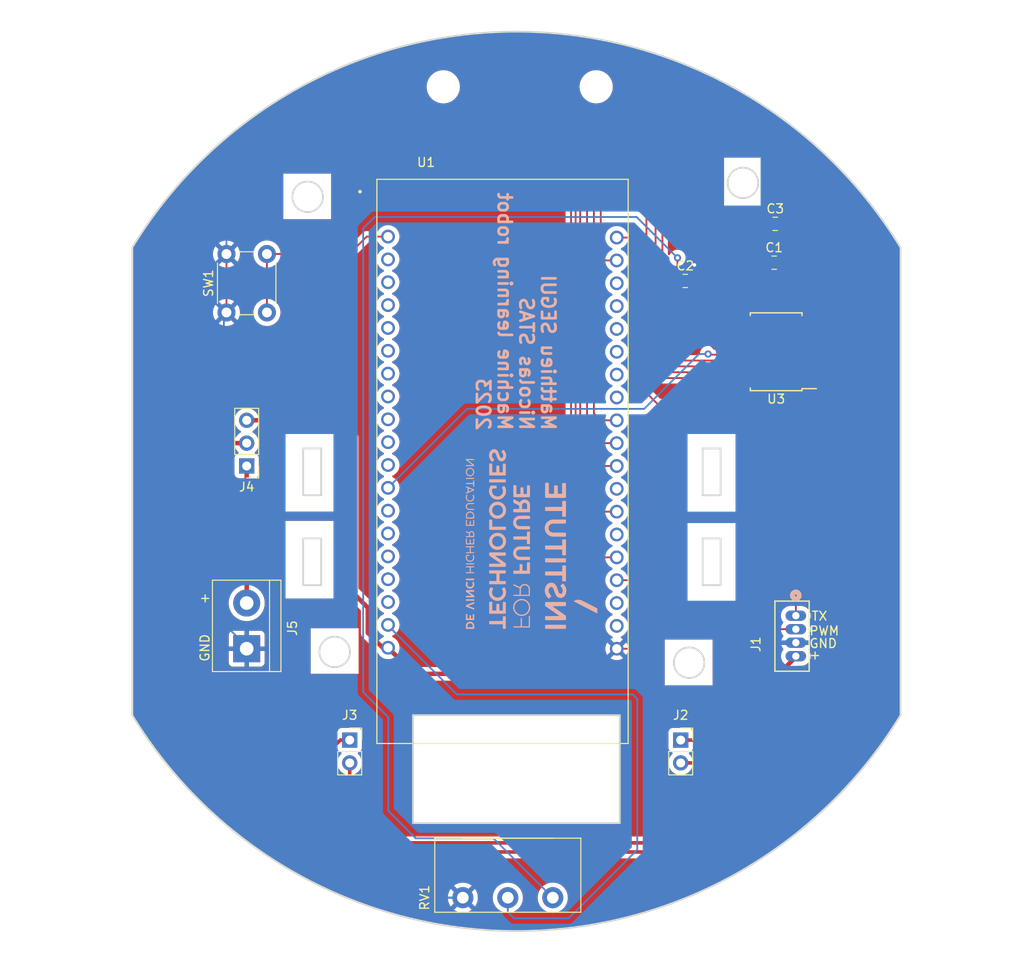
<source format=kicad_pcb>
(kicad_pcb (version 20221018) (generator pcbnew)
  (title_block (title "machine_learning_robot") (date "2023-10-05") (rev "A1") (company "Institute for Future Technologies") (comment 2 "Co-Author : Nicolas STAS") (comment 3 "Author : Matthieu SEGUI") (comment 4 "AISLER Project ID: RSSSMFEX"))
  (layers (0 "F.Cu" signal) (31 "B.Cu" signal) (34 "B.Paste" user) (35 "F.Paste" user) (36 "B.SilkS" user "B.Silkscreen") (37 "F.SilkS" user "F.Silkscreen") (38 "B.Mask" user) (39 "F.Mask" user) (44 "Edge.Cuts" user))
  (net 0 "")
  (net 1 "+3V3")
  (net 2 "GND")
  (net 3 "/v_motor")
  (net 4 "Net-(J2-Pin_1)")
  (net 5 "Net-(J2-Pin_2)")
  (net 6 "Net-(J3-Pin_1)")
  (net 7 "Net-(J3-Pin_2)")
  (net 8 "/lidar_tx")
  (net 9 "/lidar_pwm")
  (net 10 "+5V")
  (net 11 "VCC")
  (net 12 "Net-(U1-RST)")
  (net 25 "/control_M2_B")
  (net 29 "/STBY_motor")
  (net 36 "/PWM_motor_A")
  (net 39 "/control_M1_B")
  (net 40 "/control_M1_A")
  (net 41 "/PWM_motor_B")
  (net 42 "/control_M2_A")
  (net 45 "Net-(U1-GPIO14)")
  (footprint "Capacitor_SMD:C_0805_2012Metric_Pad1.18x1.45mm_HandSolder" (layer "F.Cu") (at 160.2525 78.994)
    (fp_text reference "C1" (at 0 -1.68) (layer "F.SilkS"))
    (fp_text value "10u")
    (pad "1" smd roundrect (at -1.0375 0) (size 1.175 1.45) (layers "F.Cu" "F.Paste" "F.Mask") (roundrect_rratio 0.2127659574) (net 3 "/v_motor"))
    (pad "2" smd roundrect (at 1.0375 0) (size 1.175 1.45) (layers "F.Cu" "F.Paste" "F.Mask") (roundrect_rratio 0.2127659574) (net 2 "GND"))
  )
  (footprint "Connector_PinHeader_2.54mm:PinHeader_1x03_P2.54mm_Vertical" (layer "F.Cu") (at 101.6 101.6 180)
    (fp_text reference "J4" (at 0 -2.33) (layer "F.SilkS"))
    (fp_text value "jmp_alim")
    (pad "1" thru_hole rect (at 0 0 180) (size 1.7 1.7) (drill 1) (layers "*.Cu" "*.Mask") (net 11 "VCC"))
    (pad "2" thru_hole oval (at 0 2.54 180) (size 1.7 1.7) (drill 1) (layers "*.Cu" "*.Mask") (net 3 "/v_motor"))
    (pad "3" thru_hole oval (at 0 5.08 180) (size 1.7 1.7) (drill 1) (layers "*.Cu" "*.Mask") (net 10 "+5V"))
  )
  (footprint "Connector_PinSocket_2.54mm:PinSocket_1x02_P2.54mm_Vertical" (layer "F.Cu") (at 149.86 132.08)
    (fp_text reference "J2" (at 0 -2.77) (layer "F.SilkS"))
    (fp_text value "Motor1")
    (pad "1" thru_hole rect (at 0 0) (size 1.7 1.7) (drill 1) (layers "*.Cu" "*.Mask") (net 4 "Net-(J2-Pin_1)"))
    (pad "2" thru_hole oval (at 0 2.54) (size 1.7 1.7) (drill 1) (layers "*.Cu" "*.Mask") (net 5 "Net-(J2-Pin_2)"))
  )
  (footprint "MountingHole:MountingHole_3.2mm_M3" (layer "F.Cu") (at 123.462 59.436)
    (fp_text reference "REF**" hide)
    (fp_text value "MountingHole_3.2mm_M3")
    (pad "" np_thru_hole circle (at 0 0) (size 3.2 3.2) (drill 3.2) (layers "F&B.Cu" "*.Mask"))
  )
  (footprint "Connector_PinSocket_2.54mm:PinSocket_1x02_P2.54mm_Vertical" (layer "F.Cu") (at 113.055 132.08)
    (fp_text reference "J3" (at 0 -2.77) (layer "F.SilkS"))
    (fp_text value "Motor2")
    (pad "1" thru_hole rect (at 0 0) (size 1.7 1.7) (drill 1) (layers "*.Cu" "*.Mask") (net 6 "Net-(J3-Pin_1)"))
    (pad "2" thru_hole oval (at 0 2.54) (size 1.7 1.7) (drill 1) (layers "*.Cu" "*.Mask") (net 7 "Net-(J3-Pin_2)"))
  )
  (footprint "MountingHole:MountingHole_3.2mm_M3" (layer "F.Cu") (at 140.462 59.436)
    (fp_text reference "REF**" hide)
    (fp_text value "MountingHole_3.2mm_M3")
    (pad "" np_thru_hole circle (at 0 0) (size 3.2 3.2) (drill 3.2) (layers "F&B.Cu" "*.Mask"))
  )
  (footprint "Capacitor_SMD:C_0805_2012Metric_Pad1.18x1.45mm_HandSolder" (layer "F.Cu") (at 150.368 81.026)
    (fp_text reference "C2" (at 0 -1.68) (layer "F.SilkS"))
    (fp_text value "100nF")
    (pad "1" smd roundrect (at -1.0375 0) (size 1.175 1.45) (layers "F.Cu" "F.Paste" "F.Mask") (roundrect_rratio 0.2127659574) (net 1 "+3V3"))
    (pad "2" smd roundrect (at 1.0375 0) (size 1.175 1.45) (layers "F.Cu" "F.Paste" "F.Mask") (roundrect_rratio 0.2127659574) (net 2 "GND"))
  )
  (footprint "Capacitor_SMD:C_0805_2012Metric_Pad1.18x1.45mm_HandSolder" (layer "F.Cu") (at 160.3745 74.676)
    (fp_text reference "C3" (at 0 -1.68) (layer "F.SilkS"))
    (fp_text value "100nF")
    (pad "1" smd roundrect (at -1.0375 0) (size 1.175 1.45) (layers "F.Cu" "F.Paste" "F.Mask") (roundrect_rratio 0.2127659574) (net 3 "/v_motor"))
    (pad "2" smd roundrect (at 1.0375 0) (size 1.175 1.45) (layers "F.Cu" "F.Paste" "F.Mask") (roundrect_rratio 0.2127659574) (net 2 "GND"))
  )
  (footprint "TerminalBlock:TerminalBlock_bornier-2_P5.08mm" (layer "F.Cu") (at 101.6 121.92 90)
    (fp_text reference "J5" (at 2.286 5.08 270) (layer "F.SilkS"))
    (fp_text value "ext_power")
    (pad "1" thru_hole rect (at 0 0 90) (size 3 3) (drill 1.52) (layers "*.Cu" "*.Mask") (net 2 "GND"))
    (pad "2" thru_hole circle (at 5.08 0 90) (size 3 3) (drill 1.52) (layers "*.Cu" "*.Mask") (net 11 "VCC"))
  )
  (footprint "Button_Switch_THT:SW_PUSH_6mm" (layer "F.Cu") (at 99.35 84.53 90)
    (fp_text reference "SW1" (at 3.25 -2 90) (layer "F.SilkS"))
    (fp_text value "SW_Push")
    (pad "1" thru_hole circle (at 0 0 180) (size 2 2) (drill 1.1) (layers "*.Cu" "*.Mask") (net 2 "GND"))
    (pad "1" thru_hole circle (at 6.5 0 180) (size 2 2) (drill 1.1) (layers "*.Cu" "*.Mask") (net 2 "GND"))
    (pad "2" thru_hole circle (at 0 4.5 180) (size 2 2) (drill 1.1) (layers "*.Cu" "*.Mask") (net 12 "Net-(U1-RST)"))
    (pad "2" thru_hole circle (at 6.5 4.5 180) (size 2 2) (drill 1.1) (layers "*.Cu" "*.Mask") (net 12 "Net-(U1-RST)"))
  )
  (footprint "potentiometer_custom:Potentiometer_Piher_PC-16_Single_Horizontal" (layer "F.Cu") (at 135.636 149.606 90)
    (fp_text reference "RV1" (at 0 -14.25 90) (layer "F.SilkS"))
    (fp_text value "100kΩ")
    (pad "1" thru_hole circle (at 0 0 90) (size 2.34 2.34) (drill 1.3) (layers "*.Cu" "*.Mask") (net 1 "+3V3"))
    (pad "2" thru_hole circle (at 0 -5 90) (size 2.34 2.34) (drill 1.3) (layers "*.Cu" "*.Mask") (net 45 "Net-(U1-GPIO14)"))
    (pad "3" thru_hole circle (at 0 -10 90) (size 2.34 2.34) (drill 1.3) (layers "*.Cu" "*.Mask") (net 2 "GND"))
  )
  (footprint "Package_SO:SSOP-24_5.3x8.2mm_P0.65mm" (layer "F.Cu") (at 160.475 88.9 180)
    (fp_text reference "U3" (at 0 -5.25) (layer "F.SilkS"))
    (fp_text value "TB6612FNG")
    (pad "1" smd rect (at -3.6 -3.575 180) (size 1.75 0.45) (layers "F.Cu" "F.Paste" "F.Mask") (net 4 "Net-(J2-Pin_1)"))
    (pad "2" smd rect (at -3.6 -2.925 180) (size 1.75 0.45) (layers "F.Cu" "F.Paste" "F.Mask") (net 4 "Net-(J2-Pin_1)"))
    (pad "3" smd rect (at -3.6 -2.275 180) (size 1.75 0.45) (layers "F.Cu" "F.Paste" "F.Mask") (net 2 "GND"))
    (pad "4" smd rect (at -3.6 -1.625 180) (size 1.75 0.45) (layers "F.Cu" "F.Paste" "F.Mask") (net 2 "GND"))
    (pad "5" smd rect (at -3.6 -0.975 180) (size 1.75 0.45) (layers "F.Cu" "F.Paste" "F.Mask") (net 5 "Net-(J2-Pin_2)"))
    (pad "6" smd rect (at -3.6 -0.325 180) (size 1.75 0.45) (layers "F.Cu" "F.Paste" "F.Mask") (net 5 "Net-(J2-Pin_2)"))
    (pad "7" smd rect (at -3.6 0.325 180) (size 1.75 0.45) (layers "F.Cu" "F.Paste" "F.Mask") (net 7 "Net-(J3-Pin_2)"))
    (pad "8" smd rect (at -3.6 0.975 180) (size 1.75 0.45) (layers "F.Cu" "F.Paste" "F.Mask") (net 7 "Net-(J3-Pin_2)"))
    (pad "9" smd rect (at -3.6 1.625 180) (size 1.75 0.45) (layers "F.Cu" "F.Paste" "F.Mask") (net 2 "GND"))
    (pad "10" smd rect (at -3.6 2.275 180) (size 1.75 0.45) (layers "F.Cu" "F.Paste" "F.Mask") (net 2 "GND"))
    (pad "11" smd rect (at -3.6 2.925 180) (size 1.75 0.45) (layers "F.Cu" "F.Paste" "F.Mask") (net 6 "Net-(J3-Pin_1)"))
    (pad "12" smd rect (at -3.6 3.575 180) (size 1.75 0.45) (layers "F.Cu" "F.Paste" "F.Mask") (net 6 "Net-(J3-Pin_1)"))
    (pad "13" smd rect (at 3.6 3.575 180) (size 1.75 0.45) (layers "F.Cu" "F.Paste" "F.Mask") (net 3 "/v_motor"))
    (pad "14" smd rect (at 3.6 2.925 180) (size 1.75 0.45) (layers "F.Cu" "F.Paste" "F.Mask") (net 3 "/v_motor"))
    (pad "15" smd rect (at 3.6 2.275 180) (size 1.75 0.45) (layers "F.Cu" "F.Paste" "F.Mask") (net 41 "/PWM_motor_B"))
    (pad "16" smd rect (at 3.6 1.625 180) (size 1.75 0.45) (layers "F.Cu" "F.Paste" "F.Mask") (net 42 "/control_M2_A"))
    (pad "17" smd rect (at 3.6 0.975 180) (size 1.75 0.45) (layers "F.Cu" "F.Paste" "F.Mask") (net 25 "/control_M2_B"))
    (pad "18" smd rect (at 3.6 0.325 180) (size 1.75 0.45) (layers "F.Cu" "F.Paste" "F.Mask") (net 2 "GND"))
    (pad "19" smd rect (at 3.6 -0.325 180) (size 1.75 0.45) (layers "F.Cu" "F.Paste" "F.Mask") (net 29 "/STBY_motor"))
    (pad "20" smd rect (at 3.6 -0.975 180) (size 1.75 0.45) (layers "F.Cu" "F.Paste" "F.Mask") (net 1 "+3V3"))
    (pad "21" smd rect (at 3.6 -1.625 180) (size 1.75 0.45) (layers "F.Cu" "F.Paste" "F.Mask") (net 40 "/control_M1_A"))
    (pad "22" smd rect (at 3.6 -2.275 180) (size 1.75 0.45) (layers "F.Cu" "F.Paste" "F.Mask") (net 39 "/control_M1_B"))
    (pad "23" smd rect (at 3.6 -2.925 180) (size 1.75 0.45) (layers "F.Cu" "F.Paste" "F.Mask") (net 36 "/PWM_motor_A"))
    (pad "24" smd rect (at 3.6 -3.575 180) (size 1.75 0.45) (layers "F.Cu" "F.Paste" "F.Mask") (net 3 "/v_motor"))
  )
  (footprint "B4B-ZR_LF__SN_:CONN_B4B-ZR_LF__SN__JST" (layer "F.Cu") (at 162.6645 118.2481 90)
    (fp_text reference "J1" (at -3.175 -4.445 90) (layer "F.SilkS"))
    (fp_text value "lidar_conn")
    (pad "1" thru_hole oval (at 0 0 90) (size 1.143 2.286) (drill 0.8128) (layers "*.Cu" "*.Mask") (net 8 "/lidar_tx"))
    (pad "2" thru_hole oval (at -1.5 0 90) (size 1.143 2.286) (drill 0.8128) (layers "*.Cu" "*.Mask") (net 9 "/lidar_pwm"))
    (pad "3" thru_hole oval (at -3 0 90) (size 1.143 2.286) (drill 0.8128) (layers "*.Cu" "*.Mask") (net 2 "GND"))
    (pad "4" thru_hole oval (at -4.5 0 90) (size 1.143 2.286) (drill 0.8128) (layers "*.Cu" "*.Mask") (net 10 "+5V"))
  )
  (footprint "outline:ml_bot_outline" (layer "F.Cu") (at 87.884 154.311)
    (fp_text reference "REF**" hide)
    (fp_text value "ml_bot_outline")
    (fp_line (start 1 -77) (end 1 -25) (stroke (width 0.2)) (layer "Edge.Cuts"))
    (fp_line (start 20 -54.65823) (end 20 -49.45823) (stroke (width 0.2)) (layer "Edge.Cuts"))
    (fp_line (start 20 -54.65823) (end 22 -54.65823) (stroke (width 0.2)) (layer "Edge.Cuts"))
    (fp_line (start 20 -49.45823) (end 22 -49.45823) (stroke (width 0.2)) (layer "Edge.Cuts"))
    (fp_line (start 20 -44.65823) (end 20 -39.4582) (stroke (width 0.2)) (layer "Edge.Cuts"))
    (fp_line (start 20 -44.65823) (end 22 -44.65823) (stroke (width 0.2)) (layer "Edge.Cuts"))
    (fp_line (start 20 -39.4582) (end 22 -39.4582) (stroke (width 0.2)) (layer "Edge.Cuts"))
    (fp_line (start 22 -49.45823) (end 22 -54.65823) (stroke (width 0.2)) (layer "Edge.Cuts"))
    (fp_line (start 22 -39.4582) (end 22 -44.65823) (stroke (width 0.2)) (layer "Edge.Cuts"))
    (fp_line (start 32.2083 -25) (end 55.2083 -25) (stroke (width 0.2)) (layer "Edge.Cuts"))
    (fp_line (start 32.2083 -13) (end 32.2083 -25) (stroke (width 0.2)) (layer "Edge.Cuts"))
    (fp_line (start 55.2083 -25) (end 55.2083 -13) (stroke (width 0.2)) (layer "Edge.Cuts"))
    (fp_line (start 55.2083 -13) (end 32.2083 -13) (stroke (width 0.2)) (layer "Edge.Cuts"))
    (fp_line (start 64.4166 -54.65415) (end 66.4166 -54.65415) (stroke (width 0.2)) (layer "Edge.Cuts"))
    (fp_line (start 64.4166 -49.45415) (end 64.4166 -54.65415) (stroke (width 0.2)) (layer "Edge.Cuts"))
    (fp_line (start 64.4166 -44.65415) (end 66.4166 -44.65415) (stroke (width 0.2)) (layer "Edge.Cuts"))
    (fp_line (start 64.4166 -39.4542) (end 64.4166 -44.65415) (stroke (width 0.2)) (layer "Edge.Cuts"))
    (fp_line (start 66.4166 -54.65415) (end 66.4166 -49.45415) (stroke (width 0.2)) (layer "Edge.Cuts"))
    (fp_line (start 66.4166 -49.45415) (end 64.4166 -49.45415) (stroke (width 0.2)) (layer "Edge.Cuts"))
    (fp_line (start 66.4166 -44.65415) (end 66.4166 -39.4542) (stroke (width 0.2)) (layer "Edge.Cuts"))
    (fp_line (start 66.4166 -39.4542) (end 64.4166 -39.4542) (stroke (width 0.2)) (layer "Edge.Cuts"))
    (fp_line (start 86.4166 -77) (end 86.4166 -25) (stroke (width 0.2)) (layer "Edge.Cuts"))
    (fp_arc (start 0.999873 -76.999813) (mid 43.708169 -101) (end 86.416591 -77.000036) (stroke (width 0.2)) (layer "Edge.Cuts"))
    (fp_arc (start 86.416591 -24.999964) (mid 43.708169 -1) (end 0.999873 -25.000187) (stroke (width 0.2)) (layer "Edge.Cuts"))
    (fp_circle (center 20.4934 -82.641) (end 22.1934 -82.641) (stroke (width 0.2)) (fill none) (layer "Edge.Cuts"))
    (fp_circle (center 23.5 -32.0357) (end 25.2 -32.0357) (stroke (width 0.2)) (fill none) (layer "Edge.Cuts"))
    (fp_circle (center 62.9166 -30.8368) (end 64.6166 -30.8368) (stroke (width 0.2)) (fill none) (layer "Edge.Cuts"))
    (fp_circle (center 68.9023 -84.1887) (end 70.6023 -84.1887) (stroke (width 0.2)) (fill none) (layer "Edge.Cuts"))
  )
  (footprint "custom_esp32:XCVR_ESP32-S3-DEVKITC-1-N8R2" (layer "F.Cu") (at 131.318 101.092)
    (fp_text reference "U1" (at -9.775 -33.255) (layer "F.SilkS"))
    (fp_text value "ESP32-S3-DEVKITC-1-N8R2")
    (pad "J1_3" thru_hole circle (at -14 -25) (size 1.53 1.53) (drill 1.02) (layers "*.Cu" "*.Mask") (net 12 "Net-(U1-RST)"))
    (pad "J1_4" thru_hole circle (at -14 -22.46) (size 1.53 1.53) (drill 1.02) (layers "*.Cu" "*.Mask"))
    (pad "J1_5" thru_hole circle (at -14 -19.92) (size 1.53 1.53) (drill 1.02) (layers "*.Cu" "*.Mask"))
    (pad "J1_6" thru_hole circle (at -14 -17.38) (size 1.53 1.53) (drill 1.02) (layers "*.Cu" "*.Mask"))
    (pad "J1_7" thru_hole circle (at -14 -14.84) (size 1.53 1.53) (drill 1.02) (layers "*.Cu" "*.Mask"))
    (pad "J1_8" thru_hole circle (at -14 -12.3) (size 1.53 1.53) (drill 1.02) (layers "*.Cu" "*.Mask"))
    (pad "J1_9" thru_hole circle (at -14 -9.76) (size 1.53 1.53) (drill 1.02) (layers "*.Cu" "*.Mask"))
    (pad "J1_10" thru_hole circle (at -14 -7.22) (size 1.53 1.53) (drill 1.02) (layers "*.Cu" "*.Mask"))
    (pad "J1_11" thru_hole circle (at -14 -4.68) (size 1.53 1.53) (drill 1.02) (layers "*.Cu" "*.Mask"))
    (pad "J1_12" thru_hole circle (at -14 -2.14) (size 1.53 1.53) (drill 1.02) (layers "*.Cu" "*.Mask"))
    (pad "J1_13" thru_hole circle (at -14 0.4) (size 1.53 1.53) (drill 1.02) (layers "*.Cu" "*.Mask"))
    (pad "J1_14" thru_hole circle (at -14 2.94) (size 1.53 1.53) (drill 1.02) (layers "*.Cu" "*.Mask") (net 29 "/STBY_motor"))
    (pad "J1_15" thru_hole circle (at -14 5.48) (size 1.53 1.53) (drill 1.02) (layers "*.Cu" "*.Mask"))
    (pad "J1_16" thru_hole circle (at -14 8.02) (size 1.53 1.53) (drill 1.02) (layers "*.Cu" "*.Mask"))
    (pad "J1_17" thru_hole circle (at -14 10.56) (size 1.53 1.53) (drill 1.02) (layers "*.Cu" "*.Mask"))
    (pad "J1_18" thru_hole circle (at -14 13.1) (size 1.53 1.53) (drill 1.02) (layers "*.Cu" "*.Mask"))
    (pad "J1_19" thru_hole circle (at -14 15.64) (size 1.53 1.53) (drill 1.02) (layers "*.Cu" "*.Mask"))
    (pad "J1_20" thru_hole circle (at -14 18.18) (size 1.53 1.53) (drill 1.02) (layers "*.Cu" "*.Mask") (net 45 "Net-(U1-GPIO14)"))
    (pad "J1_21" thru_hole circle (at -14 20.72) (size 1.53 1.53) (drill 1.02) (layers "*.Cu" "*.Mask") (net 10 "+5V"))
    (pad "J3_3" thru_hole circle (at 11.43 -24.89) (size 1.53 1.53) (drill 1.02) (layers "*.Cu" "*.Mask") (net 8 "/lidar_tx"))
    (pad "J3_4" thru_hole circle (at 11.43 -22.35) (size 1.53 1.53) (drill 1.02) (layers "*.Cu" "*.Mask") (net 36 "/PWM_motor_A"))
    (pad "J3_5" thru_hole circle (at 11.43 -19.81) (size 1.53 1.53) (drill 1.02) (layers "*.Cu" "*.Mask"))
    (pad "J3_6" thru_hole circle (at 11.43 -17.27) (size 1.53 1.53) (drill 1.02) (layers "*.Cu" "*.Mask"))
    (pad "J3_7" thru_hole circle (at 11.43 -14.73) (size 1.53 1.53) (drill 1.02) (layers "*.Cu" "*.Mask"))
    (pad "J3_8" thru_hole circle (at 11.43 -12.19) (size 1.53 1.53) (drill 1.02) (layers "*.Cu" "*.Mask"))
    (pad "J3_9" thru_hole circle (at 11.43 -9.65) (size 1.53 1.53) (drill 1.02) (layers "*.Cu" "*.Mask"))
    (pad "J3_10" thru_hole circle (at 11.43 -7.11) (size 1.53 1.53) (drill 1.02) (layers "*.Cu" "*.Mask"))
    (pad "J3_11" thru_hole circle (at 11.43 -4.57) (size 1.53 1.53) (drill 1.02) (layers "*.Cu" "*.Mask") (net 39 "/control_M1_B"))
    (pad "J3_12" thru_hole circle (at 11.43 -2.03) (size 1.53 1.53) (drill 1.02) (layers "*.Cu" "*.Mask") (net 40 "/control_M1_A"))
    (pad "J3_13" thru_hole circle (at 11.43 0.51) (size 1.53 1.53) (drill 1.02) (layers "*.Cu" "*.Mask") (net 25 "/control_M2_B"))
    (pad "J3_14" thru_hole circle (at 11.43 3.05) (size 1.53 1.53) (drill 1.02) (layers "*.Cu" "*.Mask"))
    (pad "J3_15" thru_hole circle (at 11.43 5.59) (size 1.53 1.53) (drill 1.02) (layers "*.Cu" "*.Mask") (net 42 "/control_M2_A"))
    (pad "J3_16" thru_hole circle (at 11.43 8.13) (size 1.53 1.53) (drill 1.02) (layers "*.Cu" "*.Mask"))
    (pad "J3_17" thru_hole circle (at 11.43 10.67) (size 1.53 1.53) (drill 1.02) (layers "*.Cu" "*.Mask") (net 41 "/PWM_motor_B"))
    (pad "J3_18" thru_hole circle (at 11.43 13.21) (size 1.53 1.53) (drill 1.02) (layers "*.Cu" "*.Mask") (net 9 "/lidar_pwm"))
    (pad "J3_19" thru_hole circle (at 11.43 15.75) (size 1.53 1.53) (drill 1.02) (layers "*.Cu" "*.Mask"))
    (pad "J3_20" thru_hole circle (at 11.43 18.29) (size 1.53 1.53) (drill 1.02) (layers "*.Cu" "*.Mask"))
    (pad "J3_21" thru_hole circle (at 11.43 20.83) (size 1.53 1.53) (drill 1.02) (layers "*.Cu" "*.Mask") (net 2 "GND"))
  )
  (footprint "ift_logo:logo_20" (layer "B.Cu") (at 133.35 109.728 90)
    (fp_text reference "G***" hide)
    (fp_text value "LOGO" hide)
  )
  (gr_text "Matthieu SEGUI\nNicolas STAS\nMachine learning robot\n2023" (at 127 97.79 270) (layer "B.SilkS") (effects (font (size 1.5 1.5) (thickness 0.3) bold) (justify left bottom mirror)))
  (gr_text "PWM" (at 164.084 120.523) (layer "F.SilkS") (effects (font (size 1 1)) (justify left bottom)))
  (gr_text "GND" (at 97.536 123.444 90) (layer "F.SilkS") (effects (font (size 1 1)) (justify left bottom)))
  (gr_text "TX" (at 164.338 118.872) (layer "F.SilkS") (effects (font (size 1 1)) (justify left bottom)))
  (gr_text "GND" (at 164.084 121.92) (layer "F.SilkS") (effects (font (size 1 1)) (justify left bottom)))
  (gr_text "+" (at 164.084 123.19) (layer "F.SilkS") (effects (font (size 1 1)) (justify left bottom)))
  (gr_text "+" (at 96.266 116.84) (layer "F.SilkS") (effects (font (size 1 1)) (justify left bottom)))
  (segment (start 149.5055 80.851) (end 149.5055 78.4617) (width 0.2) (layer "F.Cu") (net 1))
  (segment (start 156.875 89.875) (end 156.834 89.916) (width 0.2) (layer "F.Cu") (net 1))
  (segment (start 149.5055 78.4617) (end 149.5044 78.4606) (width 0.2) (layer "F.Cu") (net 1))
  (segment (start 149.3305 81.026) (end 149.5055 80.851) (width 0.2) (layer "F.Cu") (net 1))
  (segment (start 150.327 89.875) (end 149.5055 89.0535) (width 0.2) (layer "F.Cu") (net 1))
  (segment (start 149.5055 81.201) (end 149.3305 81.026) (width 0.2) (layer "F.Cu") (net 1))
  (segment (start 156.875 89.875) (end 150.327 89.875) (width 0.2) (layer "F.Cu") (net 1))
  (segment (start 149.5055 89.0535) (end 149.5055 81.201) (width 0.2) (layer "F.Cu") (net 1))
  (via (at 149.5044 78.4606) (size 0.8) (drill 0.4) (layers "F.Cu" "B.Cu") (net 1))
  (segment (start 114.554 126.746) (end 114.554 75.184) (width 0.2) (layer "B.Cu") (net 1))
  (segment (start 115.824 73.914) (end 144.9578 73.914) (width 0.2) (layer "B.Cu") (net 1))
  (segment (start 129.032 143.002) (end 120.396 143.002) (width 0.2) (layer "B.Cu") (net 1))
  (segment (start 117.348 129.54) (end 114.554 126.746) (width 0.2) (layer "B.Cu") (net 1))
  (segment (start 144.9578 73.914) (end 149.5044 78.4606) (width 0.2) (layer "B.Cu") (net 1))
  (segment (start 117.348 139.954) (end 117.348 129.54) (width 0.2) (layer "B.Cu") (net 1))
  (segment (start 135.636 149.606) (end 129.032 143.002) (width 0.2) (layer "B.Cu") (net 1))
  (segment (start 120.396 143.002) (end 117.348 139.954) (width 0.2) (layer "B.Cu") (net 1))
  (segment (start 114.554 75.184) (end 115.824 73.914) (width 0.2) (layer "B.Cu") (net 1))
  (segment (start 162.534 90.525) (end 161.519888 89.510888) (width 0.2) (layer "F.Cu") (net 2))
  (segment (start 145.794 121.922) (end 147.32 120.396) (width 0.2) (layer "F.Cu") (net 2))
  (segment (start 164.3241 121.2481) (end 164.9222 120.65) (width 0.2) (layer "F.Cu") (net 2))
  (segment (start 162.814 80.264) (end 162.814 83.389488) (width 0.2) (layer "F.Cu") (net 2))
  (segment (start 161.519888 95.048088) (end 161.519888 90.425288) (width 0.2) (layer "F.Cu") (net 2))
  (segment (start 162.814 83.389488) (end 161.519888 84.6836) (width 0.2) (layer "F.Cu") (net 2))
  (segment (start 164.075 87.275) (end 162.0526 87.275) (width 0.2) (layer "F.Cu") (net 2))
  (segment (start 161.29 78.994) (end 161.544 78.994) (width 0.2) (layer "F.Cu") (net 2))
  (segment (start 151.4055 81.026) (end 151.4055 79.269508) (width 0.2) (layer "F.Cu") (net 2))
  (segment (start 156.875 88.575) (end 153.599 88.575) (width 0.2) (layer "F.Cu") (net 2))
  (segment (start 164.3888 95.8596) (end 162.3314 95.8596) (width 0.2) (layer "F.Cu") (net 2))
  (segment (start 99.35 84.53) (end 99.35 78.03) (width 0.2) (layer "F.Cu") (net 2))
  (segment (start 164.075 91.175) (end 162.2696 91.175) (width 0.2) (layer "F.Cu") (net 2))
  (segment (start 151.2305 86.2065) (end 151.2305 81.201) (width 0.2) (layer "F.Cu") (net 2))
  (segment (start 161.519888 89.0524) (end 161.519888 86.2076) (width 0.2) (layer "F.Cu") (net 2))
  (segment (start 161.544 78.994) (end 162.814 80.264) (width 0.2) (layer "F.Cu") (net 2))
  (segment (start 151.4055 79.269508) (end 151.383992 79.248) (width 0.2) (layer "F.Cu") (net 2))
  (segment (start 162.5964 86.625) (end 161.519888 85.548488) (width 0.2) (layer "F.Cu") (net 2))
  (segment (start 151.2305 81.201) (end 151.4055 81.026) (width 0.2) (layer "F.Cu") (net 2))
  (segment (start 161.519888 90.425288) (end 161.519888 89.0524) (width 0.2) (layer "F.Cu") (net 2))
  (segment (start 162.6645 121.2481) (end 164.3241 121.2481) (width 0.2) (layer "F.Cu") (net 2))
  (segment (start 162.6645 121.2481) (end 162.6626 121.25) (width 0.2) (layer "F.Cu") (net 2))
  (segment (start 147.32 120.396) (end 159.2834 120.396) (width 0.2) (layer "F.Cu") (net 2))
  (segment (start 162.3314 95.8596) (end 161.519888 95.048088) (width 0.2) (layer "F.Cu") (net 2))
  (segment (start 161.519888 86.742288) (end 161.519888 84.6836) (width 0.2) (layer "F.Cu") (net 2))
  (segment (start 159.2834 120.396) (end 160.1355 121.2481) (width 0.2) (layer "F.Cu") (net 2))
  (segment (start 153.599 88.575) (end 151.2305 86.2065) (width 0.2) (layer "F.Cu") (net 2))
  (segment (start 160.1355 121.2481) (end 162.6645 121.2481) (width 0.2) (layer "F.Cu") (net 2))
  (segment (start 164.075 90.525) (end 162.534 90.525) (width 0.2) (layer "F.Cu") (net 2))
  (segment (start 161.412 74.676) (end 161.29 74.798) (width 0.2) (layer "F.Cu") (net 2))
  (segment (start 164.075 86.625) (end 162.5964 86.625) (width 0.2) (layer "F.Cu") (net 2))
  (segment (start 162.2696 91.175) (end 161.519888 90.425288) (width 0.2) (layer "F.Cu") (net 2))
  (segment (start 164.9222 120.65) (end 164.9222 96.393) (width 0.2) (layer "F.Cu") (net 2))
  (segment (start 162.0526 87.275) (end 161.519888 86.742288) (width 0.2) (layer "F.Cu") (net 2))
  (segment (start 142.748 121.922) (end 145.794 121.922) (width 0.2) (layer "F.Cu") (net 2))
  (segment (start 161.29 74.798) (end 161.29 78.994) (width 0.2) (layer "F.Cu") (net 2))
  (segment (start 161.519888 89.510888) (end 161.519888 89.0524) (width 0.2) (layer "F.Cu") (net 2))
  (segment (start 164.9222 96.393) (end 164.3888 95.8596) (width 0.2) (layer "F.Cu") (net 2))
  (segment (start 161.519888 85.548488) (end 161.519888 84.6836) (width 0.2) (layer "F.Cu") (net 2))
  (via (at 151.383992 79.248) (size 0.8) (drill 0.4) (layers "F.Cu" "B.Cu") (net 2))
  (segment (start 101.6 121.666) (end 101.6 121.92) (width 0.2) (layer "B.Cu") (net 2))
  (segment (start 99.35 78.03) (end 99.35 68.2646) (width 0.2) (layer "B.Cu") (net 2))
  (segment (start 160.1978 67.4878) (end 160.1978 69.088) (width 0.2) (layer "B.Cu") (net 2))
  (segment (start 160.782 72.898) (end 161.519888 73.635888) (width 0.2) (layer "B.Cu") (net 2))
  (segment (start 99.06 84.82) (end 99.06 119.126) (width 0.2) (layer "B.Cu") (net 2))
  (segment (start 101.574 130.022) (end 101.574 121.946) (width 0.25) (layer "B.Cu") (net 2))
  (segment (start 156.718 72.898) (end 151.383992 78.232008) (width 0.2) (layer "B.Cu") (net 2))
  (segment (start 125.636 149.606) (end 121.158 149.606) (width 0.25) (layer "B.Cu") (net 2))
  (segment (start 158.623 65.913) (end 160.1978 67.4878) (width 0.2) (layer "B.Cu") (net 2))
  (segment (start 101.574 121.946) (end 101.6 121.92) (width 0.25) (layer "B.Cu") (net 2))
  (segment (start 121.158 149.606) (end 101.574 130.022) (width 0.25) (layer "B.Cu") (net 2))
  (segment (start 160.1978 72.8726) (end 160.2232 72.898) (width 0.2) (layer "B.Cu") (net 2))
  (segment (start 160.1978 69.088) (end 160.1978 72.8726) (width 0.2) (layer "B.Cu") (net 2))
  (segment (start 99.35 84.53) (end 99.06 84.82) (width 0.2) (layer "B.Cu") (net 2))
  (segment (start 160.2232 72.898) (end 160.782 72.898) (width 0.2) (layer "B.Cu") (net 2))
  (segment (start 161.519888 73.635888) (end 161.519888 78.994) (width 0.2) (layer "B.Cu") (net 2))
  (segment (start 99.35 68.2646) (end 101.7016 65.913) (width 0.2) (layer "B.Cu") (net 2))
  (segment (start 151.383992 78.232008) (end 151.383992 79.248) (width 0.2) (layer "B.Cu") (net 2))
  (segment (start 160.2232 72.898) (end 156.718 72.898) (width 0.2) (layer "B.Cu") (net 2))
  (segment (start 101.7016 65.913) (end 158.623 65.913) (width 0.2) (layer "B.Cu") (net 2))
  (segment (start 99.06 119.126) (end 101.6 121.666) (width 0.2) (layer "B.Cu") (net 2))
  (segment (start 159.337 78.871996) (end 159.214996 78.994) (width 0.5) (layer "F.Cu") (net 3))
  (segment (start 159.512 80.518) (end 159.512 85.344) (width 0.5) (layer "F.Cu") (net 3))
  (segment (start 158.678 92.475) (end 156.875 92.475) (width 0.2) (layer "F.Cu") (net 3))
  (segment (start 159.512 85.344) (end 159.512 85.852) (width 0.5) (layer "F.Cu") (net 3))
  (segment (start 159.512 74.501) (end 159.337 74.676) (width 0.5) (layer "F.Cu") (net 3))
  (segment (start 101.6 99.06) (end 96.266 99.06) (width 0.5) (layer "F.Cu") (net 3))
  (segment (start 156.875 85.975) (end 159.512 85.975) (width 0.2) (layer "F.Cu") (net 3))
  (segment (start 159.519888 79.29889) (end 159.214998 78.994) (width 0.5) (layer "F.Cu") (net 3))
  (segment (start 159.493 85.325) (end 159.512 85.344) (width 0.2) (layer "F.Cu") (net 3))
  (segment (start 159.337 74.676) (end 159.337 78.871996) (width 0.5) (layer "F.Cu") (net 3))
  (segment (start 159.512 80.518) (end 159.519888 80.510112) (width 0.2) (layer "F.Cu") (net 3))
  (segment (start 94.234 78.74) (end 108.204 64.77) (width 0.5) (layer "F.Cu") (net 3))
  (segment (start 159.512 91.641) (end 158.678 92.475) (width 0.2) (layer "F.Cu") (net 3))
  (segment (start 157.734 64.77) (end 159.512 66.548) (width 0.5) (layer "F.Cu") (net 3))
  (segment (start 94.234 97.028) (end 94.234 78.74) (width 0.5) (layer "F.Cu") (net 3))
  (segment (start 159.519888 80.510112) (end 159.519888 79.29889) (width 0.5) (layer "F.Cu") (net 3))
  (segment (start 159.214998 78.994) (end 159.214996 78.994) (width 0.2) (layer "F.Cu") (net 3))
  (segment (start 159.512 85.852) (end 159.512 91.641) (width 0.5) (layer "F.Cu") (net 3))
  (segment (start 108.204 64.77) (end 157.734 64.77) (width 0.5) (layer "F.Cu") (net 3))
  (segment (start 96.266 99.06) (end 94.234 97.028) (width 0.5) (layer "F.Cu") (net 3))
  (segment (start 159.512 66.548) (end 159.512 74.501) (width 0.5) (layer "F.Cu") (net 3))
  (segment (start 156.875 85.325) (end 159.493 85.325) (width 0.2) (layer "F.Cu") (net 3))
  (segment (start 160.528 132.08) (end 149.86 132.08) (width 0.4) (layer "F.Cu") (net 4))
  (segment (start 164.075 92.475) (end 168.675 92.475) (width 0.4) (layer "F.Cu") (net 4))
  (segment (start 168.675 92.475) (end 168.783 92.583) (width 0.4) (layer "F.Cu") (net 4))
  (segment (start 164.075 91.825) (end 168.025 91.825) (width 0.4) (layer "F.Cu") (net 4))
  (segment (start 168.783 92.583) (end 169.164 92.964) (width 0.4) (layer "F.Cu") (net 4))
  (segment (start 168.025 91.825) (end 168.783 92.583) (width 0.4) (layer "F.Cu") (net 4))
  (segment (start 169.164 92.964) (end 169.164 123.444) (width 0.4) (layer "F.Cu") (net 4))
  (segment (start 169.164 123.444) (end 160.528 132.08) (width 0.4) (layer "F.Cu") (net 4))
  (segment (start 164.075 89.875) (end 170.139 89.875) (width 0.4) (layer "F.Cu") (net 5))
  (segment (start 169.489 89.225) (end 170.18 89.916) (width 0.4) (layer "F.Cu") (net 5))
  (segment (start 170.139 89.875) (end 170.18 89.916) (width 0.4) (layer "F.Cu") (net 5))
  (segment (start 160.02 134.62) (end 149.86 134.62) (width 0.4) (layer "F.Cu") (net 5))
  (segment (start 164.075 89.225) (end 169.489 89.225) (width 0.4) (layer "F.Cu") (net 5))
  (segment (start 170.18 89.916) (end 170.18 124.46) (width 0.4) (layer "F.Cu") (net 5))
  (segment (start 170.18 124.46) (end 160.02 134.62) (width 0.4) (layer "F.Cu") (net 5))
  (segment (start 164.075 85.975) (end 172.843 85.975) (width 0.4) (layer "F.Cu") (net 6))
  (segment (start 113.055 132.08) (end 112.014 132.08) (width 0.4) (layer "F.Cu") (net 6))
  (segment (start 110.744 133.35) (end 110.744 139.954) (width 0.4) (layer "F.Cu") (net 6))
  (segment (start 112.014 132.08) (end 110.744 133.35) (width 0.4) (layer "F.Cu") (net 6))
  (segment (start 172.843 85.975) (end 172.974 86.106) (width 0.4) (layer "F.Cu") (net 6))
  (segment (start 172.974 125.73) (end 172.974 86.106) (width 0.4) (layer "F.Cu") (net 6))
  (segment (start 115.316 144.526) (end 154.178 144.526) (width 0.4) (layer "F.Cu") (net 6))
  (segment (start 110.744 139.954) (end 115.316 144.526) (width 0.4) (layer "F.Cu") (net 6))
  (segment (start 172.193 85.325) (end 164.075 85.325) (width 0.4) (layer "F.Cu") (net 6))
  (segment (start 154.178 144.526) (end 172.974 125.73) (width 0.4) (layer "F.Cu") (net 6))
  (segment (start 172.974 86.106) (end 172.193 85.325) (width 0.4) (layer "F.Cu") (net 6))
  (segment (start 113.055 140.741) (end 113.055 134.62) (width 0.4) (layer "F.Cu") (net 7))
  (segment (start 172.212 89.662) (end 172.212 124.714) (width 0.4) (layer "F.Cu") (net 7))
  (segment (start 172.212 124.714) (end 153.416 143.51) (width 0.4) (layer "F.Cu") (net 7))
  (segment (start 171.125 88.575) (end 164.075 88.575) (width 0.4) (layer "F.Cu") (net 7))
  (segment (start 164.075 87.925) (end 170.475 87.925) (width 0.4) (layer "F.Cu") (net 7))
  (segment (start 171.125 88.575) (end 172.212 89.662) (width 0.4) (layer "F.Cu") (net 7))
  (segment (start 153.416 143.51) (end 115.824 143.51) (width 0.4) (layer "F.Cu") (net 7))
  (segment (start 115.824 143.51) (end 113.055 140.741) (width 0.4) (layer "F.Cu") (net 7))
  (segment (start 170.475 87.925) (end 171.125 88.575) (width 0.4) (layer "F.Cu") (net 7))
  (segment (start 162.6645 99.1391) (end 162.6645 118.2481) (width 0.2) (layer "F.Cu") (net 8))
  (segment (start 144.02 76.202) (end 145.034 77.216) (width 0.2) (layer "F.Cu") (net 8))
  (segment (start 147.32 94.742) (end 158.2674 94.742) (width 0.2) (layer "F.Cu") (net 8))
  (segment (start 142.748 76.202) (end 144.02 76.202) (width 0.2) (layer "F.Cu") (net 8))
  (segment (start 145.034 92.456) (end 147.32 94.742) (width 0.2) (layer "F.Cu") (net 8))
  (segment (start 145.034 77.216) (end 145.034 92.456) (width 0.2) (layer "F.Cu") (net 8))
  (segment (start 158.2674 94.742) (end 162.6645 99.1391) (width 0.2) (layer "F.Cu") (net 8))
  (segment (start 146.052 114.302) (end 142.748 114.302) (width 0.2) (layer "F.Cu") (net 9))
  (segment (start 151.4981 119.7481) (end 146.052 114.302) (width 0.2) (layer "F.Cu") (net 9))
  (segment (start 162.6645 119.7481) (end 151.4981 119.7481) (width 0.2) (layer "F.Cu") (net 9))
  (segment (start 111.3282 96.52) (end 113.2586 98.4504) (width 0.5) (layer "F.Cu") (net 10))
  (segment (start 101.6 96.52) (end 111.3282 96.52) (width 0.5) (layer "F.Cu") (net 10))
  (segment (start 116.732 121.812) (end 117.318 121.812) (width 0.5) (layer "F.Cu") (net 10))
  (segment (start 115.062 120.142) (end 116.732 121.812) (width 0.5) (layer "F.Cu") (net 10))
  (segment (start 113.2586 98.4504) (end 113.2586 115.5446) (width 0.5) (layer "F.Cu") (net 10))
  (segment (start 162.6645 122.7481) (end 162.6645 122.8315) (width 0.5) (layer "F.Cu") (net 10))
  (segment (start 113.2586 115.5446) (end 115.062 117.348) (width 0.5) (layer "F.Cu") (net 10))
  (segment (start 120.22 124.714) (end 117.318 121.812) (width 0.5) (layer "F.Cu") (net 10))
  (segment (start 145.542 124.714) (end 120.22 124.714) (width 0.5) (layer "F.Cu") (net 10))
  (segment (start 162.6645 122.8315) (end 158.75 126.746) (width 0.5) (layer "F.Cu") (net 10))
  (segment (start 147.574 126.746) (end 145.542 124.714) (width 0.5) (layer "F.Cu") (net 10))
  (segment (start 115.062 117.348) (end 115.062 120.142) (width 0.5) (layer "F.Cu") (net 10))
  (segment (start 158.75 126.746) (end 147.574 126.746) (width 0.5) (layer "F.Cu") (net 10))
  (segment (start 101.6 101.6) (end 101.6 116.84) (width 0.5) (layer "F.Cu") (net 11))
  (segment (start 103.85 84.53) (end 103.85 78.03) (width 0.2) (layer "F.Cu") (net 12))
  (segment (start 114.9414 76.092) (end 117.318 76.092) (width 0.2) (layer "F.Cu") (net 12))
  (segment (start 103.85 78.03) (end 113.0034 78.03) (width 0.2) (layer "F.Cu") (net 12))
  (segment (start 113.0034 78.03) (end 114.9414 76.092) (width 0.2) (layer "F.Cu") (net 12))
  (segment (start 152.908 69.342) (end 152.908 86.106) (width 0.2) (layer "F.Cu") (net 25))
  (segment (start 138.684 99.822) (end 138.684 69.596) (width 0.2) (layer "F.Cu") (net 25))
  (segment (start 154.727 87.925) (end 156.875 87.925) (width 0.2) (layer "F.Cu") (net 25))
  (segment (start 140.464 101.602) (end 138.684 99.822) (width 0.2) (layer "F.Cu") (net 25))
  (segment (start 152.908 86.106) (end 154.727 87.925) (width 0.2) (layer "F.Cu") (net 25))
  (segment (start 152.146 68.58) (end 152.908 69.342) (width 0.2) (layer "F.Cu") (net 25))
  (segment (start 138.684 69.596) (end 139.7 68.58) (width 0.2) (layer "F.Cu") (net 25))
  (segment (start 142.748 101.602) (end 140.464 101.602) (width 0.2) (layer "F.Cu") (net 25))
  (segment (start 139.7 68.58) (end 152.146 68.58) (width 0.2) (layer "F.Cu") (net 25))
  (segment (start 156.875 89.225) (end 152.979 89.225) (width 0.2) (layer "F.Cu") (net 29))
  (segment (start 152.979 89.225) (end 152.908 89.154) (width 0.2) (layer "F.Cu") (net 29))
  (via (at 152.908 89.154) (size 0.8) (drill 0.4) (layers "F.Cu" "B.Cu") (net 29))
  (segment (start 151.892 89.154) (end 145.796 95.25) (width 0.2) (layer "B.Cu") (net 29))
  (segment (start 145.796 95.25) (end 126.1 95.25) (width 0.2) (layer "B.Cu") (net 29))
  (segment (start 126.1 95.25) (end 117.318 104.032) (width 0.2) (layer "B.Cu") (net 29))
  (segment (start 152.908 89.154) (end 151.892 89.154) (width 0.2) (layer "B.Cu") (net 29))
  (segment (start 141.48 78.742) (end 140.97 78.232) (width 0.2) (layer "F.Cu") (net 36))
  (segment (start 146.05 71.882) (end 146.05 90.424) (width 0.2) (layer "F.Cu") (net 36))
  (segment (start 145.288 71.12) (end 146.05 71.882) (width 0.2) (layer "F.Cu") (net 36))
  (segment (start 146.05 90.424) (end 147.451 91.825) (width 0.2) (layer "F.Cu") (net 36))
  (segment (start 140.97 71.628) (end 141.478 71.12) (width 0.2) (layer "F.Cu") (net 36))
  (segment (start 147.451 91.825) (end 156.875 91.825) (width 0.2) (layer "F.Cu") (net 36))
  (segment (start 142.748 78.742) (end 141.48 78.742) (width 0.2) (layer "F.Cu") (net 36))
  (segment (start 140.97 78.232) (end 140.97 71.628) (width 0.2) (layer "F.Cu") (net 36))
  (segment (start 141.478 71.12) (end 145.288 71.12) (width 0.2) (layer "F.Cu") (net 36))
  (segment (start 140.97 70.104) (end 140.208 70.866) (width 0.2) (layer "F.Cu") (net 39))
  (segment (start 140.208 70.866) (end 140.208 95.758) (width 0.2) (layer "F.Cu") (net 39))
  (segment (start 146.304 70.104) (end 140.97 70.104) (width 0.2) (layer "F.Cu") (net 39))
  (segment (start 148.071 91.175) (end 147.066 90.17) (width 0.2) (layer "F.Cu") (net 39))
  (segment (start 140.208 95.758) (end 140.972 96.522) (width 0.2) (layer "F.Cu") (net 39))
  (segment (start 147.066 90.17) (end 147.066 70.866) (width 0.2) (layer "F.Cu") (net 39))
  (segment (start 156.875 91.175) (end 148.071 91.175) (width 0.2) (layer "F.Cu") (net 39))
  (segment (start 140.972 96.522) (end 142.748 96.522) (width 0.2) (layer "F.Cu") (net 39))
  (segment (start 147.066 70.866) (end 146.304 70.104) (width 0.2) (layer "F.Cu") (net 39))
  (segment (start 148.437 90.525) (end 156.875 90.525) (width 0.2) (layer "F.Cu") (net 40))
  (segment (start 146.812 69.342) (end 147.828 70.358) (width 0.2) (layer "F.Cu") (net 40))
  (segment (start 140.462 69.342) (end 146.812 69.342) (width 0.2) (layer "F.Cu") (net 40))
  (segment (start 142.748 99.062) (end 140.972 99.062) (width 0.2) (layer "F.Cu") (net 40))
  (segment (start 139.446 97.536) (end 139.446 70.358) (width 0.2) (layer "F.Cu") (net 40))
  (segment (start 139.446 70.358) (end 140.462 69.342) (width 0.2) (layer "F.Cu") (net 40))
  (segment (start 147.828 89.916) (end 148.437 90.525) (width 0.2) (layer "F.Cu") (net 40))
  (segment (start 147.828 70.358) (end 147.828 89.916) (width 0.2) (layer "F.Cu") (net 40))
  (segment (start 140.972 99.062) (end 139.446 97.536) (width 0.2) (layer "F.Cu") (net 40))
  (segment (start 154.178 67.818) (end 154.178 85.852) (width 0.2) (layer "F.Cu") (net 41))
  (segment (start 142.748 111.762) (end 139.194 111.762) (width 0.2) (layer "F.Cu") (net 41))
  (segment (start 138.938 66.802) (end 153.162 66.802) (width 0.2) (layer "F.Cu") (net 41))
  (segment (start 153.162 66.802) (end 154.178 67.818) (width 0.2) (layer "F.Cu") (net 41))
  (segment (start 154.951 86.625) (end 156.875 86.625) (width 0.2) (layer "F.Cu") (net 41))
  (segment (start 137.668 68.072) (end 138.938 66.802) (width 0.2) (layer "F.Cu") (net 41))
  (segment (start 139.194 111.762) (end 137.668 110.236) (width 0.2) (layer "F.Cu") (net 41))
  (segment (start 137.668 110.236) (end 137.668 68.072) (width 0.2) (layer "F.Cu") (net 41))
  (segment (start 154.178 85.852) (end 154.951 86.625) (width 0.2) (layer "F.Cu") (net 41))
  (segment (start 139.956 106.682) (end 138.176 104.902) (width 0.2) (layer "F.Cu") (net 42))
  (segment (start 138.176 104.902) (end 138.176 68.834) (width 0.2) (layer "F.Cu") (net 42))
  (segment (start 152.654 67.818) (end 153.416 68.58) (width 0.2) (layer "F.Cu") (net 42))
  (segment (start 138.176 68.834) (end 139.192 67.818) (width 0.2) (layer "F.Cu") (net 42))
  (segment (start 139.192 67.818) (end 152.654 67.818) (width 0.2) (layer "F.Cu") (net 42))
  (segment (start 153.416 85.852) (end 154.839 87.275) (width 0.2) (layer "F.Cu") (net 42))
  (segment (start 142.748 106.682) (end 139.956 106.682) (width 0.2) (layer "F.Cu") (net 42))
  (segment (start 154.839 87.275) (end 156.875 87.275) (width 0.2) (layer "F.Cu") (net 42))
  (segment (start 153.416 68.58) (end 153.416 85.852) (width 0.2) (layer "F.Cu") (net 42))
  (segment (start 124.968 127) (end 117.318 119.35) (width 0.2) (layer "B.Cu") (net 45))
  (segment (start 130.636 149.606) (end 130.636 151.21) (width 0.2) (layer "B.Cu") (net 45))
  (segment (start 144.526 127) (end 124.968 127) (width 0.2) (layer "B.Cu") (net 45))
  (segment (start 137.414 151.892) (end 145.034 144.272) (width 0.2) (layer "B.Cu") (net 45))
  (segment (start 117.318 119.35) (end 117.318 119.272) (width 0.2) (layer "B.Cu") (net 45))
  (segment (start 145.034 144.272) (end 145.034 127.508) (width 0.2) (layer "B.Cu") (net 45))
  (segment (start 145.034 127.508) (end 144.526 127) (width 0.2) (layer "B.Cu") (net 45))
  (segment (start 130.636 151.21) (end 131.318 151.892) (width 0.2) (layer "B.Cu") (net 45))
  (segment (start 131.318 151.892) (end 137.414 151.892) (width 0.2) (layer "B.Cu") (net 45))
  (zone (net 0) (net_name "") (layers "F&B.Cu") (connect_pads (clearance 0)) (min_thickness 0.25)
    (keepout (tracks allowed) (vias allowed) (pads allowed) (copperpour not_allowed) (footprints allowed))
    (fill (thermal_gap 0.5) (thermal_bridge_width 0.5))
    (polygon (pts (xy 111.252 107.696) (xy 111.252 116.332) (xy 105.918 116.332) (xy 105.918 107.696)))
  )
  (zone (net 0) (net_name "") (layers "F&B.Cu") (connect_pads (clearance 0)) (min_thickness 0.25)
    (keepout (tracks not_allowed) (vias not_allowed) (pads not_allowed) (copperpour not_allowed) (footprints allowed))
    (fill (thermal_gap 0.5) (thermal_bridge_width 0.5))
    (polygon (pts (xy 153.416 120.904) (xy 153.416 125.984) (xy 148.082 125.984) (xy 148.082 120.904)))
  )
  (zone (net 0) (net_name "") (layers "F&B.Cu") (connect_pads (clearance 0)) (min_thickness 0.25)
    (keepout (tracks not_allowed) (vias not_allowed) (pads not_allowed) (copperpour not_allowed) (footprints allowed))
    (fill (thermal_gap 0.5) (thermal_bridge_width 0.5))
    (polygon (pts (xy 158.75 67.31) (xy 158.75 72.644) (xy 154.686 72.644) (xy 154.686 67.31)))
  )
  (zone (net 0) (net_name "") (layers "F&B.Cu") (connect_pads (clearance 0)) (min_thickness 0.25)
    (keepout (tracks allowed) (vias allowed) (pads allowed) (copperpour not_allowed) (footprints allowed))
    (fill (thermal_gap 0.5) (thermal_bridge_width 0.5))
    (polygon (pts (xy 111.252 98.044) (xy 111.252 106.68) (xy 105.918 106.68) (xy 105.918 98.044)))
  )
  (zone (net 0) (net_name "") (layers "F&B.Cu") (connect_pads (clearance 0)) (min_thickness 0.25)
    (keepout (tracks allowed) (vias allowed) (pads allowed) (copperpour not_allowed) (footprints allowed))
    (fill (thermal_gap 0.5) (thermal_bridge_width 0.5))
    (polygon (pts (xy 155.956 98.044) (xy 155.956 106.68) (xy 150.622 106.68) (xy 150.622 98.044)))
  )
  (zone (net 0) (net_name "") (layers "F&B.Cu") (connect_pads (clearance 0)) (min_thickness 0.25)
    (keepout (tracks not_allowed) (vias not_allowed) (pads not_allowed) (copperpour not_allowed) (footprints allowed))
    (fill (thermal_gap 0.5) (thermal_bridge_width 0.5))
    (polygon (pts (xy 114.046 119.634) (xy 114.046 124.714) (xy 108.712 124.714) (xy 108.712 119.634)))
  )
  (zone (net 2) (net_name "GND") (layers "F&B.Cu") (connect_pads (clearance 0.508)) (min_thickness 0.25) (fill yes (thermal_gap 0.5) (thermal_bridge_width 0.5))
    (polygon (pts (xy 74.168 49.784) (xy 187.8 50.292) (xy 188.054 155.194) (xy 74.676 154.432)))
  )
  (zone (net 0) (net_name "") (layers "F&B.Cu") (connect_pads (clearance 0)) (min_thickness 0.25)
    (keepout (tracks not_allowed) (vias not_allowed) (pads not_allowed) (copperpour not_allowed) (footprints allowed))
    (fill (thermal_gap 0.5) (thermal_bridge_width 0.5))
    (polygon (pts (xy 110.998 69.088) (xy 110.998 74.168) (xy 105.664 74.168) (xy 105.664 69.088)))
  )
  (zone (net 0) (net_name "") (layers "F&B.Cu") (connect_pads (clearance 0)) (min_thickness 0.25)
    (keepout (tracks allowed) (vias allowed) (pads allowed) (copperpour not_allowed) (footprints allowed))
    (fill (thermal_gap 0.5) (thermal_bridge_width 0.5))
    (polygon (pts (xy 155.956 107.95) (xy 155.956 116.586) (xy 150.622 116.586) (xy 150.622 107.95)))
  )
)
</source>
